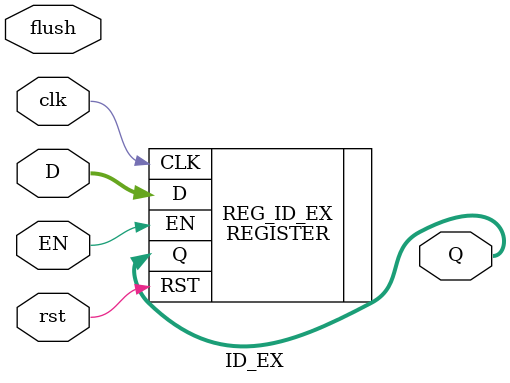
<source format=v>

module ID_EX
#(
    parameter  W = 154
)
(
    input           clk     ,
    input           rst     ,
    input           EN      ,
    input           flush   ,
    input   [W-1:0] D       ,
    output  [W-1:0] Q
);

    REGISTER #(W) REG_ID_EX
    (
        .CLK(clk)   ,
        .RST(rst)   ,
        .EN(EN)     ,
        .D(D)       ,
        .Q(Q)
    );
    
endmodule


</source>
